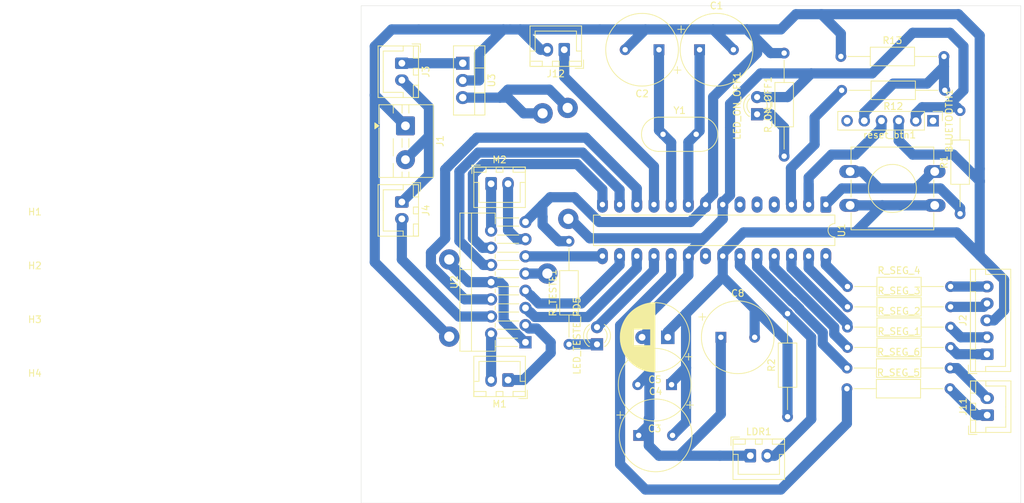
<source format=kicad_pcb>
(kicad_pcb (version 20241229) (generator "pcbnew") (generator_version "9.0")
  (layers (0 "F.Cu" signal) (2 "B.Cu" signal) (13 "F.Paste" user) (15 "B.Paste" user) (5 "F.SilkS" user "F.Silkscreen") (7 "B.SilkS" user "B.Silkscreen") (1 "F.Mask" user) (3 "B.Mask" user) (25 "Edge.Cuts" user))
  (net 0 "")
  (net 1 "GND")
  (net 2 "PINO_RESET")
  (net 3 "SVCC")
  (net 4 "Net-(LED_TESTE_PD5-K)")
  (net 5 "Net-(LED_ON_OFF1-K)")
  (net 6 "RXD")
  (net 10 "LED TESTE")
  (net 11 "TXD")
  (net 12 "Net-(U1-XTAL1{slash}PB6)")
  (net 14 "LDR")
  (net 15 "Net-(U1-XTAL2{slash}PB7)")
  (net 16 "VCC_MOTOR")
  (net 17 "MOTOR1_PINA")
  (net 18 "MOTOR1_PINB")
  (net 19 "MOTOR2_PINA")
  (net 20 "MOTOR2_PINB")
  (net 21 "Net-(J2-Pin_4)")
  (net 22 "Net-(J2-Pin_5)")
  (net 23 "Net-(J2-Pin_1)")
  (net 24 "Net-(J2-Pin_2)")
  (net 25 "Net-(J11-Pin_2)")
  (net 26 "Net-(J11-Pin_1)")
  (net 27 "SEG_1")
  (net 28 "SEG_2")
  (net 29 "SEG_3")
  (net 30 "SEG_4")
  (net 31 "SEG_5")
  (net 32 "SEG_6")
  (net 33 "GNDIN")
  (net 34 "Net-(J3-Pin_1)")
  (net 35 "RXD_DIVIDED")
  (net 36 "LASER")
  (net 37 "Net-(M1-+)")
  (net 38 "Net-(M1--)")
  (net 39 "Net-(M2-+)")
  (net 40 "Net-(M2--)")
  (net 41 "MOTOR2_PWM")
  (net 42 "MOTOR1_PWM")
  (footprint "Resistor_THT:R_Axial_DIN0207_L6.3mm_D2.5mm_P15.24mm_Horizontal" (layer "F.Cu") (at 240.855 73)
    (property "Reference" "R_SEG_1" (at 7.62 -2.37 0) (layer "F.SilkS"))
    (property "Value" "RESISTOR LED TESTE")
    (pad "1" thru_hole circle (at 0 0) (size 1.6 1.6) (drill 0.8) (layers "*.Cu" "*.Mask") (net 27 "SEG_1"))
    (pad "2" thru_hole oval (at 15.24 0) (size 1.6 1.6) (drill 0.8) (layers "*.Cu" "*.Mask") (net 23 "Net-(J2-Pin_1)"))
  )
  (footprint "Connector_JST:JST_XH_B2B-XH-A_1x02_P2.50mm_Vertical" (layer "F.Cu") (at 190.69 77.81 180)
    (property "Reference" "M1" (at 1.25 -3.55 0) (layer "F.SilkS"))
    (property "Value" "Motor_DC")
    (pad "1" thru_hole roundrect (at 0 0 180) (size 1.7 2) (drill 1) (layers "*.Cu" "*.Mask") (roundrect_rratio 0.147059) (net 37 "Net-(M1-+)"))
    (pad "2" thru_hole oval (at 2.5 0 180) (size 1.7 2) (drill 1) (layers "*.Cu" "*.Mask") (net 38 "Net-(M1--)"))
  )
  (footprint "Connector_JST:JST_XH_B2B-XH-A_1x02_P2.50mm_Vertical" (layer "F.Cu") (at 261.5 83 90)
    (property "Reference" "J11" (at 1.25 -3.55 90) (layer "F.SilkS"))
    (property "Value" "Screw_Terminal_01x02")
    (pad "1" thru_hole roundrect (at 0 0 90) (size 1.7 2) (drill 1) (layers "*.Cu" "*.Mask") (roundrect_rratio 0.147059) (net 26 "Net-(J11-Pin_1)"))
    (pad "2" thru_hole oval (at 2.5 0 90) (size 1.7 2) (drill 1) (layers "*.Cu" "*.Mask") (net 25 "Net-(J11-Pin_2)"))
  )
  (footprint "Resistor_THT:R_Axial_DIN0207_L6.3mm_D2.5mm_P15.24mm_Horizontal" (layer "F.Cu") (at 199.7 72.54 90)
    (property "Reference" "R_TESTE1" (at 7.62 -2.37 90) (layer "F.SilkS"))
    (property "Value" "RESISTOR LED TESTE")
    (pad "1" thru_hole circle (at 0 0 90) (size 1.6 1.6) (drill 0.8) (layers "*.Cu" "*.Mask") (net 4 "Net-(LED_TESTE_PD5-K)"))
    (pad "2" thru_hole circle (at 15.24 0 90) (size 1.6 1.6) (drill 0.8) (layers "*.Cu" "*.Mask") (net 1 "GND"))
  )
  (footprint "Connector_JST:JST_XH_B5B-XH-A_1x05_P2.50mm_Vertical" (layer "F.Cu") (at 261.475 74 90)
    (property "Reference" "J2" (at 5 -3.55 90) (layer "F.SilkS"))
    (property "Value" "Screw_Terminal_01x05")
    (pad "1" thru_hole roundrect (at 0 0 90) (size 1.7 1.95) (drill 0.95) (layers "*.Cu" "*.Mask") (roundrect_rratio 0.147059) (net 23 "Net-(J2-Pin_1)"))
    (pad "2" thru_hole oval (at 2.5 0 90) (size 1.7 1.95) (drill 0.95) (layers "*.Cu" "*.Mask") (net 24 "Net-(J2-Pin_2)"))
    (pad "3" thru_hole oval (at 5 0 90) (size 1.7 1.95) (drill 0.95) (layers "*.Cu" "*.Mask") (net 1 "GND"))
    (pad "4" thru_hole oval (at 7.5 0 90) (size 1.7 1.95) (drill 0.95) (layers "*.Cu" "*.Mask") (net 21 "Net-(J2-Pin_4)"))
    (pad "5" thru_hole oval (at 10 0 90) (size 1.7 1.95) (drill 0.95) (layers "*.Cu" "*.Mask") (net 22 "Net-(J2-Pin_5)"))
  )
  (footprint "Connector_JST:JST_XH_B2B-XH-A_1x02_P2.50mm_Vertical" (layer "F.Cu") (at 175 51.5 -90)
    (property "Reference" "J4" (at 1.25 -3.55 90) (layer "F.SilkS"))
    (property "Value" "Bateria 6V - Motores")
    (pad "1" thru_hole roundrect (at 0 0 270) (size 1.7 2) (drill 1) (layers "*.Cu" "*.Mask") (roundrect_rratio 0.147059) (net 33 "GNDIN"))
    (pad "2" thru_hole oval (at 2.5 0 270) (size 1.7 2) (drill 1) (layers "*.Cu" "*.Mask") (net 16 "VCC_MOTOR"))
  )
  (footprint "Package_TO_SOT_THT:TO-220-3_Vertical" (layer "F.Cu") (at 184 31 -90)
    (property "Reference" "U3" (at 2.54 -4.27 90) (layer "F.SilkS"))
    (property "Value" "LM7805_TO220")
    (pad "1" thru_hole rect (at 0 0 270) (size 1.905 2) (drill 1.1) (layers "*.Cu" "*.Mask") (net 34 "Net-(J3-Pin_1)"))
    (pad "2" thru_hole oval (at 2.54 0 270) (size 1.905 2) (drill 1.1) (layers "*.Cu" "*.Mask") (net 1 "GND"))
    (pad "3" thru_hole oval (at 5.08 0 270) (size 1.905 2) (drill 1.1) (layers "*.Cu" "*.Mask") (net 3 "SVCC"))
  )
  (footprint "LED_THT:LED_D3.0mm" (layer "F.Cu") (at 227.5 38.54 90)
    (property "Reference" "LED_ON_OFF1" (at 1.27 -2.96 90) (layer "F.SilkS"))
    (property "Value" "LED ARDUINO ON OFF")
    (pad "1" thru_hole rect (at 0 0 90) (size 1.8 1.8) (drill 0.9) (layers "*.Cu" "*.Mask") (net 5 "Net-(LED_ON_OFF1-K)"))
    (pad "2" thru_hole circle (at 2.54 0 90) (size 1.8 1.8) (drill 0.9) (layers "*.Cu" "*.Mask") (net 3 "SVCC"))
  )
  (footprint "Connector_PinHeader_2.54mm:PinHeader_1x06_P2.54mm_Vertical" (layer "F.Cu") (at 253.5 39.5 -90)
    (property "Reference" "BLUETOOTH1" (at 0 -2.38 90) (layer "F.SilkS"))
    (property "Value" "Screw_Terminal_01x06")
    (pad "1" thru_hole rect (at 0 0 270) (size 1.7 1.7) (drill 1) (layers "*.Cu" "*.Mask"))
    (pad "2" thru_hole circle (at 0 2.54 270) (size 1.7 1.7) (drill 1) (layers "*.Cu" "*.Mask") (net 3 "SVCC"))
    (pad "3" thru_hole circle (at 0 5.08 270) (size 1.7 1.7) (drill 1) (layers "*.Cu" "*.Mask") (net 1 "GND"))
    (pad "4" thru_hole circle (at 0 7.62 270) (size 1.7 1.7) (drill 1) (layers "*.Cu" "*.Mask") (net 11 "TXD"))
    (pad "5" thru_hole circle (at 0 10.16 270) (size 1.7 1.7) (drill 1) (layers "*.Cu" "*.Mask") (net 35 "RXD_DIVIDED"))
    (pad "6" thru_hole circle (at 0 12.7 270) (size 1.7 1.7) (drill 1) (layers "*.Cu" "*.Mask"))
  )
  (footprint "Resistor_THT:R_Axial_DIN0207_L6.3mm_D2.5mm_P15.24mm_Horizontal" (layer "F.Cu") (at 239.88 30)
    (property "Reference" "R13" (at 7.62 -2.37 0) (layer "F.SilkS"))
    (property "Value" "2K")
    (pad "1" thru_hole circle (at 0 0) (size 1.6 1.6) (drill 0.8) (layers "*.Cu" "*.Mask") (net 1 "GND"))
    (pad "2" thru_hole oval (at 15.24 0) (size 1.6 1.6) (drill 0.8) (layers "*.Cu" "*.Mask") (net 35 "RXD_DIVIDED"))
  )
  (footprint "TerminalBlock:TerminalBlock_MaiXu_MX126-5.0-02P_1x02_P5.00mm" (layer "F.Cu") (at 175.5325 40.25 -90)
    (property "Reference" "J1" (at 2.25 -5.12 90) (layer "F.SilkS"))
    (property "Value" "Botao_geral")
    (pad "1" thru_hole roundrect (at 0 0 270) (size 2.8 2.8) (drill 1.3) (layers "*.Cu" "*.Mask") (roundrect_rratio 0.089286) (net 1 "GND"))
    (pad "2" thru_hole circle (at 5 0 270) (size 2.8 2.8) (drill 1.3) (layers "*.Cu" "*.Mask") (net 33 "GNDIN"))
  )
  (footprint "Capacitor_THT:CP_Radial_Tantal_D10.5mm_P5.00mm" (layer "F.Cu") (at 214.858934 78.5 180)
    (property "Reference" "C3" (at 2.5 -6.5 0) (layer "F.SilkS"))
    (property "Value" "100nF")
    (pad "1" thru_hole rect (at 0 0 180) (size 1.6 1.6) (drill 0.8) (layers "*.Cu" "*.Mask") (net 1 "GND"))
    (pad "2" thru_hole circle (at 5 0 180) (size 1.6 1.6) (drill 0.8) (layers "*.Cu" "*.Mask") (net 3 "SVCC"))
  )
  (footprint "Capacitor_THT:CP_Radial_Tantal_D10.5mm_P5.00mm" (layer "F.Cu") (at 210 86)
    (property "Reference" "C4" (at 2.5 -6.5 0) (layer "F.SilkS"))
    (property "Value" "100nF")
    (pad "1" thru_hole rect (at 0 0) (size 1.6 1.6) (drill 0.8) (layers "*.Cu" "*.Mask") (net 3 "SVCC"))
    (pad "2" thru_hole circle (at 5 0) (size 1.6 1.6) (drill 0.8) (layers "*.Cu" "*.Mask") (net 1 "GND"))
  )
  (footprint "Resistor_THT:R_Axial_DIN0207_L6.3mm_D2.5mm_P15.24mm_Horizontal" (layer "F.Cu") (at 255.24 35 180)
    (property "Reference" "R12" (at 7.62 -2.37 0) (layer "F.SilkS"))
    (property "Value" "1K")
    (pad "1" thru_hole circle (at 0 0 180) (size 1.6 1.6) (drill 0.8) (layers "*.Cu" "*.Mask") (net 35 "RXD_DIVIDED"))
    (pad "2" thru_hole oval (at 15.24 0 180) (size 1.6 1.6) (drill 0.8) (layers "*.Cu" "*.Mask") (net 6 "RXD"))
  )
  (footprint "Capacitor_THT:CP_Radial_Tantal_D10.5mm_P5.00mm" (layer "F.Cu") (at 213 29 180)
    (property "Reference" "C2" (at 2.5 -6.5 0) (layer "F.SilkS"))
    (property "Value" "22pF")
    (pad "1" thru_hole rect (at 0 0 180) (size 1.6 1.6) (drill 0.8) (layers "*.Cu" "*.Mask") (net 15 "Net-(U1-XTAL2{slash}PB7)"))
    (pad "2" thru_hole circle (at 5 0 180) (size 1.6 1.6) (drill 0.8) (layers "*.Cu" "*.Mask") (net 1 "GND"))
  )
  (footprint "Button_Switch_THT:SW_PUSH-12mm" (layer "F.Cu") (at 241.25 47)
    (property "Reference" "reset_btn1" (at 5.83 -5.41 0) (layer "F.SilkS"))
    (property "Value" "FREIO EMERGENCIA")
    (pad "1" thru_hole oval (at 0 0) (size 3.2 1.9) (drill 1.3) (layers "*.Cu" "*.Mask") (net 2 "PINO_RESET"))
    (pad "1" thru_hole oval (at 12.5 0) (size 3.2 1.9) (drill 1.3) (layers "*.Cu" "*.Mask") (net 2 "PINO_RESET"))
    (pad "2" thru_hole oval (at 0 5) (size 3.2 1.9) (drill 1.3) (layers "*.Cu" "*.Mask") (net 1 "GND"))
    (pad "2" thru_hole oval (at 12.5 5) (size 3.2 1.9) (drill 1.3) (layers "*.Cu" "*.Mask") (net 1 "GND"))
  )
  (footprint "Connector_JST:JST_XH_B2B-XH-A_1x02_P2.50mm_Vertical" (layer "F.Cu") (at 175 31 -90)
    (property "Reference" "J3" (at 1.25 -3.55 90) (layer "F.SilkS"))
    (property "Value" "Bateria Geral")
    (pad "1" thru_hole roundrect (at 0 0 270) (size 1.7 2) (drill 1) (layers "*.Cu" "*.Mask") (roundrect_rratio 0.147059) (net 34 "Net-(J3-Pin_1)"))
    (pad "2" thru_hole oval (at 2.5 0 270) (size 1.7 2) (drill 1) (layers "*.Cu" "*.Mask") (net 33 "GNDIN"))
  )
  (footprint "MountingHole:MountingHole_3.2mm_M3" (layer "F.Cu") (at 120.76 73.02)
    (property "Reference" "H3" (at 0 -4.15 0) (layer "F.SilkS"))
    (property "Value" "MountingHole")
    (pad "" np_thru_hole circle (at 0 0) (size 3.2 3.2) (drill 3.2) (layers "*.Cu" "*.Mask"))
  )
  (footprint "Connector_JST:JST_XH_B2B-XH-A_1x02_P2.50mm_Vertical" (layer "F.Cu") (at 199 29 180)
    (property "Reference" "J12" (at 1.25 -3.55 0) (layer "F.SilkS"))
    (property "Value" "Laser")
    (pad "1" thru_hole roundrect (at 0 0 180) (size 1.7 2) (drill 1) (layers "*.Cu" "*.Mask") (roundrect_rratio 0.147059) (net 36 "LASER"))
    (pad "2" thru_hole oval (at 2.5 0 180) (size 1.7 2) (drill 1) (layers "*.Cu" "*.Mask") (net 1 "GND"))
  )
  (footprint "MountingHole:MountingHole_3.2mm_M3" (layer "F.Cu") (at 120.76 57.12)
    (property "Reference" "H1" (at 0 -4.15 0) (layer "F.SilkS"))
    (property "Value" "MountingHole")
    (pad "" np_thru_hole circle (at 0 0) (size 3.2 3.2) (drill 3.2) (layers "*.Cu" "*.Mask"))
  )
  (footprint "Package_TO_SOT_THT:TO-220-15_P2.54x5.08mm_StaggerOdd_Lead4.58mm_Vertical" (layer "F.Cu") (at 193.27 72.24 90)
    (property "Reference" "U2" (at 8.89 -10.53 90) (layer "F.SilkS"))
    (property "Value" "L298N")
    (pad "1" thru_hole rect (at 0 0 90) (size 1.8 1.8) (drill 1) (layers "*.Cu" "*.Mask") (net 1 "GND"))
    (pad "2" thru_hole circle (at 1.27 -5.08 90) (size 1.8 1.8) (drill 1) (layers "*.Cu" "*.Mask") (net 38 "Net-(M1--)"))
    (pad "3" thru_hole circle (at 2.54 0 90) (size 1.8 1.8) (drill 1) (layers "*.Cu" "*.Mask") (net 37 "Net-(M1-+)"))
    (pad "4" thru_hole circle (at 3.81 -5.08 90) (size 1.8 1.8) (drill 1) (layers "*.Cu" "*.Mask") (net 16 "VCC_MOTOR"))
    (pad "5" thru_hole circle (at 5.08 0 90) (size 1.8 1.8) (drill 1) (layers "*.Cu" "*.Mask") (net 18 "MOTOR1_PINB"))
    (pad "6" thru_hole circle (at 6.35 -5.08 90) (size 1.8 1.8) (drill 1) (layers "*.Cu" "*.Mask") (net 42 "MOTOR1_PWM"))
    (pad "7" thru_hole circle (at 7.62 0 90) (size 1.8 1.8) (drill 1) (layers "*.Cu" "*.Mask") (net 17 "MOTOR1_PINA"))
    (pad "8" thru_hole circle (at 8.89 -5.08 90) (size 1.8 1.8) (drill 1) (layers "*.Cu" "*.Mask") (net 1 "GND"))
    (pad "9" thru_hole circle (at 10.16 0 90) (size 1.8 1.8) (drill 1) (layers "*.Cu" "*.Mask") (net 3 "SVCC"))
    (pad "10" thru_hole circle (at 11.43 -5.08 90) (size 1.8 1.8) (drill 1) (layers "*.Cu" "*.Mask") (net 20 "MOTOR2_PINB"))
    (pad "11" thru_hole circle (at 12.7 0 90) (size 1.8 1.8) (drill 1) (layers "*.Cu" "*.Mask") (net 41 "MOTOR2_PWM"))
    (pad "12" thru_hole circle (at 13.97 -5.08 90) (size 1.8 1.8) (drill 1) (layers "*.Cu" "*.Mask") (net 19 "MOTOR2_PINA"))
    (pad "13" thru_hole circle (at 15.24 0 90) (size 1.8 1.8) (drill 1) (layers "*.Cu" "*.Mask") (net 40 "Net-(M2--)"))
    (pad "14" thru_hole circle (at 16.51 -5.08 90) (size 1.8 1.8) (drill 1) (layers "*.Cu" "*.Mask") (net 39 "Net-(M2-+)"))
    (pad "15" thru_hole circle (at 17.78 0 90) (size 1.8 1.8) (drill 1) (layers "*.Cu" "*.Mask") (net 1 "GND"))
  )
  (footprint "Connector_JST:JST_XH_B2B-XH-A_1x02_P2.50mm_Vertical" (layer "F.Cu") (at 226.5 89)
    (property "Reference" "LDR1" (at 1.25 -3.55 0) (layer "F.SilkS"))
    (property "Value" "~")
    (pad "1" thru_hole roundrect (at 0 0) (size 1.7 2) (drill 1) (layers "*.Cu" "*.Mask") (roundrect_rratio 0.147059) (net 3 "SVCC"))
    (pad "2" thru_hole oval (at 2.5 0) (size 1.7 2) (drill 1) (layers "*.Cu" "*.Mask") (net 14 "LDR"))
  )
  (footprint "Resistor_THT:R_Axial_DIN0207_L6.3mm_D2.5mm_P15.24mm_Horizontal" (layer "F.Cu") (at 240.773512 79.091392)
    (property "Reference" "R_SEG_5" (at 7.62 -2.37 0) (layer "F.SilkS"))
    (property "Value" "RESISTOR LED TESTE")
    (pad "1" thru_hole circle (at 0 0) (size 1.6 1.6) (drill 0.8) (layers "*.Cu" "*.Mask") (net 31 "SEG_5"))
    (pad "2" thru_hole oval (at 15.24 0) (size 1.6 1.6) (drill 0.8) (layers "*.Cu" "*.Mask") (net 26 "Net-(J11-Pin_1)"))
  )
  (footprint "Resistor_THT:R_Axial_DIN0207_L6.3mm_D2.5mm_P15.24mm_Horizontal" (layer "F.Cu") (at 240.855 64)
    (property "Reference" "R_SEG_4" (at 7.62 -2.37 0) (layer "F.SilkS"))
    (property "Value" "RESISTOR LED TESTE")
    (pad "1" thru_hole circle (at 0 0) (size 1.6 1.6) (drill 0.8) (layers "*.Cu" "*.Mask") (net 30 "SEG_4"))
    (pad "2" thru_hole oval (at 15.24 0) (size 1.6 1.6) (drill 0.8) (layers "*.Cu" "*.Mask") (net 22 "Net-(J2-Pin_5)"))
  )
  (footprint "MountingHole:MountingHole_3.2mm_M3" (layer "F.Cu") (at 120.76 65.07)
    (property "Reference" "H2" (at 0 -4.15 0) (layer "F.SilkS"))
    (property "Value" "MountingHole")
    (pad "" np_thru_hole circle (at 0 0) (size 3.2 3.2) (drill 3.2) (layers "*.Cu" "*.Mask"))
  )
  (footprint "Package_DIP:DIP-28_W7.62mm_LongPads" (layer "F.Cu") (at 237.66 51.88 -90)
    (property "Reference" "U1" (at 3.81 -2.33 270) (layer "F.SilkS"))
    (property "Value" "ATmega328P-P")
    (pad "1" thru_hole roundrect (at 0 0 270) (size 2.4 1.6) (drill 0.8) (layers "*.Cu" "*.Mask") (roundrect_rratio 0.15625) (net 2 "PINO_RESET"))
    (pad "2" thru_hole oval (at 0 2.54 270) (size 2.4 1.6) (drill 0.8) (layers "*.Cu" "*.Mask") (net 11 "TXD"))
    (pad "3" thru_hole oval (at 0 5.08 270) (size 2.4 1.6) (drill 0.8) (layers "*.Cu" "*.Mask") (net 6 "RXD"))
    (pad "4" thru_hole oval (at 0 7.62 270) (size 2.4 1.6) (drill 0.8) (layers "*.Cu" "*.Mask"))
    (pad "5" thru_hole oval (at 0 10.16 270) (size 2.4 1.6) (drill 0.8) (layers "*.Cu" "*.Mask"))
    (pad "6" thru_hole oval (at 0 12.7 270) (size 2.4 1.6) (drill 0.8) (layers "*.Cu" "*.Mask"))
    (pad "7" thru_hole oval (at 0 15.24 270) (size 2.4 1.6) (drill 0.8) (layers "*.Cu" "*.Mask") (net 3 "SVCC"))
    (pad "8" thru_hole oval (at 0 17.78 270) (size 2.4 1.6) (drill 0.8) (layers "*.Cu" "*.Mask") (net 1 "GND"))
    (pad "9" thru_hole oval (at 0 20.32 270) (size 2.4 1.6) (drill 0.8) (layers "*.Cu" "*.Mask") (net 12 "Net-(U1-XTAL1{slash}PB6)"))
    (pad "10" thru_hole oval (at 0 22.86 270) (size 2.4 1.6) (drill 0.8) (layers "*.Cu" "*.Mask") (net 15 "Net-(U1-XTAL2{slash}PB7)"))
    (pad "11" thru_hole oval (at 0 25.4 270) (size 2.4 1.6) (drill 0.8) (layers "*.Cu" "*.Mask") (net 36 "LASER"))
    (pad "12" thru_hole oval (at 0 27.94 270) (size 2.4 1.6) (drill 0.8) (layers "*.Cu" "*.Mask") (net 42 "MOTOR1_PWM"))
    (pad "13" thru_hole oval (at 0 30.48 270) (size 2.4 1.6) (drill 0.8) (layers "*.Cu" "*.Mask") (net 20 "MOTOR2_PINB"))
    (pad "14" thru_hole oval (at 0 33.02 270) (size 2.4 1.6) (drill 0.8) (layers "*.Cu" "*.Mask") (net 19 "MOTOR2_PINA"))
    (pad "15" thru_hole oval (at 7.62 33.02 270) (size 2.4 1.6) (drill 0.8) (layers "*.Cu" "*.Mask") (net 41 "MOTOR2_PWM"))
    (pad "16" thru_hole oval (at 7.62 30.48 270) (size 2.4 1.6) (drill 0.8) (layers "*.Cu" "*.Mask") (net 17 "MOTOR1_PINA"))
    (pad "17" thru_hole oval (at 7.62 27.94 270) (size 2.4 1.6) (drill 0.8) (layers "*.Cu" "*.Mask") (net 18 "MOTOR1_PINB"))
    (pad "18" thru_hole oval (at 7.62 25.4 270) (size 2.4 1.6) (drill 0.8) (layers "*.Cu" "*.Mask") (net 10 "LED TESTE"))
    (pad "19" thru_hole oval (at 7.62 22.86 270) (size 2.4 1.6) (drill 0.8) (layers "*.Cu" "*.Mask") (net 31 "SEG_5"))
    (pad "20" thru_hole oval (at 7.62 20.32 270) (size 2.4 1.6) (drill 0.8) (layers "*.Cu" "*.Mask") (net 3 "SVCC"))
    (pad "21" thru_hole oval (at 7.62 17.78 270) (size 2.4 1.6) (drill 0.8) (layers "*.Cu" "*.Mask"))
    (pad "22" thru_hole oval (at 7.62 15.24 270) (size 2.4 1.6) (drill 0.8) (layers "*.Cu" "*.Mask") (net 1 "GND"))
    (pad "23" thru_hole oval (at 7.62 12.7 270) (size 2.4 1.6) (drill 0.8) (layers "*.Cu" "*.Mask") (net 14 "LDR"))
    (pad "24" thru_hole oval (at 7.62 10.16 270) (size 2.4 1.6) (drill 0.8) (layers "*.Cu" "*.Mask") (net 32 "SEG_6"))
    (pad "25" thru_hole oval (at 7.62 7.62 270) (size 2.4 1.6) (drill 0.8) (layers "*.Cu" "*.Mask") (net 27 "SEG_1"))
    (pad "26" thru_hole oval (at 7.62 5.08 270) (size 2.4 1.6) (drill 0.8) (layers "*.Cu" "*.Mask") (net 28 "SEG_2"))
    (pad "27" thru_hole oval (at 7.62 2.54 270) (size 2.4 1.6) (drill 0.8) (layers "*.Cu" "*.Mask") (net 29 "SEG_3"))
    (pad "28" thru_hole oval (at 7.62 0 270) (size 2.4 1.6) (drill 0.8) (layers "*.Cu" "*.Mask") (net 30 "SEG_4"))
  )
  (footprint "Capacitor_THT:CP_Radial_Tantal_D10.5mm_P5.00mm" (layer "F.Cu") (at 219 29)
    (property "Reference" "C1" (at 2.5 -6.5 0) (layer "F.SilkS"))
    (property "Value" "22pF")
    (pad "1" thru_hole rect (at 0 0) (size 1.6 1.6) (drill 0.8) (layers "*.Cu" "*.Mask") (net 12 "Net-(U1-XTAL1{slash}PB6)"))
    (pad "2" thru_hole circle (at 5 0) (size 1.6 1.6) (drill 0.8) (layers "*.Cu" "*.Mask") (net 1 "GND"))
  )
  (footprint "MountingHole:MountingHole_3.2mm_M3" (layer "F.Cu") (at 120.76 80.97)
    (property "Reference" "H4" (at 0 -4.15 0) (layer "F.SilkS"))
    (property "Value" "MountingHole")
    (pad "" np_thru_hole circle (at 0 0) (size 3.2 3.2) (drill 3.2) (layers "*.Cu" "*.Mask"))
  )
  (footprint "Capacitor_THT:CP_Radial_D10.0mm_P3.80mm" (layer "F.Cu") (at 214.3 71.5 180)
    (property "Reference" "C5" (at 1.9 -6.25 0) (layer "F.SilkS"))
    (property "Value" "10uF")
    (pad "1" thru_hole rect (at 0 0 180) (size 2 2) (drill 1) (layers "*.Cu" "*.Mask") (net 1 "GND"))
    (pad "2" thru_hole circle (at 3.8 0 180) (size 2 2) (drill 1) (layers "*.Cu" "*.Mask") (net 3 "SVCC"))
  )
  (footprint "Resistor_THT:R_Axial_DIN0207_L6.3mm_D2.5mm_P15.24mm_Horizontal" (layer "F.Cu") (at 240.855 70)
    (property "Reference" "R_SEG_2" (at 7.62 -2.37 0) (layer "F.SilkS"))
    (property "Value" "RESISTOR LED TESTE")
    (pad "1" thru_hole circle (at 0 0) (size 1.6 1.6) (drill 0.8) (layers "*.Cu" "*.Mask") (net 28 "SEG_2"))
    (pad "2" thru_hole oval (at 15.24 0) (size 1.6 1.6) (drill 0.8) (layers "*.Cu" "*.Mask") (net 24 "Net-(J2-Pin_2)"))
  )
  (footprint "Resistor_THT:R_Axial_DIN0207_L6.3mm_D2.5mm_P15.24mm_Horizontal" (layer "F.Cu") (at 231.5 44.74 90)
    (property "Reference" "R_ON_OFF1" (at 7.62 -2.37 90) (layer "F.SilkS"))
    (property "Value" "RESISTOR LED ON OFF")
    (pad "1" thru_hole circle (at 0 0 90) (size 1.6 1.6) (drill 0.8) (layers "*.Cu" "*.Mask") (net 5 "Net-(LED_ON_OFF1-K)"))
    (pad "2" thru_hole oval (at 15.24 0 90) (size 1.6 1.6) (drill 0.8) (layers "*.Cu" "*.Mask") (net 1 "GND"))
  )
  (footprint "Resistor_THT:R_Axial_DIN0207_L6.3mm_D2.5mm_P15.24mm_Horizontal" (layer "F.Cu") (at 257.5 53.24 90)
    (property "Reference" "R1" (at 7.62 -2.37 90) (layer "F.SilkS"))
    (property "Value" "10K")
    (pad "1" thru_hole circle (at 0 0 90) (size 1.6 1.6) (drill 0.8) (layers "*.Cu" "*.Mask") (net 2 "PINO_RESET"))
    (pad "2" thru_hole oval (at 15.24 0 90) (size 1.6 1.6) (drill 0.8) (layers "*.Cu" "*.Mask") (net 3 "SVCC"))
  )
  (footprint "Resistor_THT:R_Axial_DIN0207_L6.3mm_D2.5mm_P15.24mm_Horizontal" (layer "F.Cu") (at 240.792023 76.045862)
    (property "Reference" "R_SEG_6" (at 7.62 -2.37 0) (layer "F.SilkS"))
    (property "Value" "RESISTOR LED TESTE")
    (pad "1" thru_hole circle (at 0 0) (size 1.6 1.6) (drill 0.8) (layers "*.Cu" "*.Mask") (net 32 "SEG_6"))
    (pad "2" thru_hole oval (at 15.24 0) (size 1.6 1.6) (drill 0.8) (layers "*.Cu" "*.Mask") (net 25 "Net-(J11-Pin_2)"))
  )
  (footprint "Resistor_THT:R_Axial_DIN0207_L6.3mm_D2.5mm_P15.24mm_Horizontal" (layer "F.Cu") (at 240.855 67)
    (property "Reference" "R_SEG_3" (at 7.62 -2.37 0) (layer "F.SilkS"))
    (property "Value" "RESISTOR LED TESTE")
    (pad "1" thru_hole circle (at 0 0) (size 1.6 1.6) (drill 0.8) (layers "*.Cu" "*.Mask") (net 29 "SEG_3"))
    (pad "2" thru_hole oval (at 15.24 0) (size 1.6 1.6) (drill 0.8) (layers "*.Cu" "*.Mask") (net 21 "Net-(J2-Pin_4)"))
  )
  (footprint "Resistor_THT:R_Axial_DIN0207_L6.3mm_D2.5mm_P15.24mm_Horizontal" (layer "F.Cu") (at 232 83.24 90)
    (property "Reference" "R2" (at 7.62 -2.37 90) (layer "F.SilkS"))
    (property "Value" "10K")
    (pad "1" thru_hole circle (at 0 0 90) (size 1.6 1.6) (drill 0.8) (layers "*.Cu" "*.Mask") (net 1 "GND"))
    (pad "2" thru_hole oval (at 15.24 0 90) (size 1.6 1.6) (drill 0.8) (layers "*.Cu" "*.Mask") (net 14 "LDR"))
  )
  (footprint "LED_THT:LED_D3.0mm" (layer "F.Cu") (at 203.839865 72.54 90)
    (property "Reference" "LED_TESTE_PD5" (at 1.27 -2.96 90) (layer "F.SilkS"))
    (property "Value" "LED")
    (pad "1" thru_hole rect (at 0 0 90) (size 1.8 1.8) (drill 0.9) (layers "*.Cu" "*.Mask") (net 4 "Net-(LED_TESTE_PD5-K)"))
    (pad "2" thru_hole circle (at 2.54 0 90) (size 1.8 1.8) (drill 0.9) (layers "*.Cu" "*.Mask") (net 10 "LED TESTE"))
  )
  (footprint "Connector_JST:JST_XH_B2B-XH-A_1x02_P2.50mm_Vertical" (layer "F.Cu") (at 188.19 48.81)
    (property "Reference" "M2" (at 1.25 -3.55 0) (layer "F.SilkS"))
    (property "Value" "Motor_DC")
    (pad "1" thru_hole roundrect (at 0 0) (size 1.7 2) (drill 1) (layers "*.Cu" "*.Mask") (roundrect_rratio 0.147059) (net 39 "Net-(M2-+)"))
    (pad "2" thru_hole oval (at 2.5 0) (size 1.7 2) (drill 1) (layers "*.Cu" "*.Mask") (net 40 "Net-(M2--)"))
  )
  (footprint "Crystal:Crystal_HC18-U_Vertical" (layer "F.Cu") (at 213.6 41.5)
    (property "Reference" "Y1" (at 2.45 -3.525 0) (layer "F.SilkS"))
    (property "Value" "Crystal")
    (pad "1" thru_hole circle (at 0 0) (size 1.5 1.5) (drill 0.8) (layers "*.Cu" "*.Mask") (net 15 "Net-(U1-XTAL2{slash}PB7)"))
    (pad "2" thru_hole circle (at 4.9 0) (size 1.5 1.5) (drill 0.8) (layers "*.Cu" "*.Mask") (net 12 "Net-(U1-XTAL1{slash}PB6)"))
  )
  (footprint "Capacitor_THT:CP_Radial_Tantal_D10.5mm_P5.00mm" (layer "F.Cu") (at 222.141067 71.5)
    (property "Reference" "C8" (at 2.5 -6.5 0) (layer "F.SilkS"))
    (property "Value" "100nF")
    (pad "1" thru_hole rect (at 0 0) (size 1.6 1.6) (drill 0.8) (layers "*.Cu" "*.Mask") (net 3 "SVCC"))
    (pad "2" thru_hole circle (at 5 0) (size 1.6 1.6) (drill 0.8) (layers "*.Cu" "*.Mask") (net 1 "GND"))
  )
  (gr_rect (start 168.975 22.5) (end 266.475 96) (stroke (width 0.05)) (fill no) (layer "Edge.Cuts"))
  (via (at 182 71.4) (size 3) (drill 1.5) (layers "F.Cu" "B.Cu") (net 1))
  (via (at 182 60) (size 3) (drill 1.5) (layers "F.Cu" "B.Cu") (net 1))
  (segment (start 226 26) (end 227.5 27.5) (width 1.5) (layer "B.Cu") (net 1))
  (segment (start 192.5 26) (end 191 26) (width 1.5) (layer "B.Cu") (net 1))
  (segment (start 214.858934 78.5) (end 214.858934 78.141066) (width 1.5) (layer "B.Cu") (net 1))
  (segment (start 182 60.5) (end 182 60) (width 1.5) (layer "B.Cu") (net 1))
  (segment (start 219.88 52.216288) (end 217.636288 54.46) (width 1.5) (layer "B.Cu") (net 1))
  (segment (start 233.249 23.751) (end 237 23.751) (width 1.5) (layer "B.Cu") (net 1))
  (segment (start 229.5 29.5) (end 226 26) (width 1.5) (layer "B.Cu") (net 1))
  (segment (start 225.5 56) (end 242 56) (width 1.5) (layer "B.Cu") (net 1))
  (segment (start 214.3 71.5) (end 214.3 70.7) (width 1.5) (layer "B.Cu") (net 1))
  (segment (start 256.5 44.5) (end 260.399 48.399) (width 1.5) (layer "B.Cu") (net 1))
  (segment (start 222.42 59.5) (end 222.42 59.08) (width 1.5) (layer "B.Cu") (net 1))
  (segment (start 227.5 29.5) (end 221 36) (width 1.5) (layer "B.Cu") (net 1))
  (segment (start 260.399 46.601) (end 260.399 26.899) (width 1.5) (layer "B.Cu") (net 1))
  (segment (start 232 72.16) (end 232 83.24) (width 1.5) (layer "B.Cu") (net 1))
  (segment (start 190.041 69.08871) (end 190.041 63.928208) (width 1.5) (layer "B.Cu") (net 1))
  (segment (start 219.88 51.88) (end 219.88 52.216288) (width 1.5) (layer "B.Cu") (net 1))
  (segment (start 248.42 42.42) (end 248.42 39.5) (width 1.5) (layer "B.Cu") (net 1))
  (segment (start 204.26 26) (end 192.5 26) (width 1.5) (layer "B.Cu") (net 1))
  (segment (start 171 60.4) (end 171 35.7175) (width 1.5) (layer "B.Cu") (net 1))
  (segment (start 195.5 29) (end 192.5 26) (width 1.5) (layer "B.Cu") (net 1))
  (segment (start 188.19 63.35) (end 184.85 63.35) (width 1.5) (layer "B.Cu") (net 1))
  (segment (start 214.858934 78.141066) (end 217 76) (width 1.5) (layer "B.Cu") (net 1))
  (segment (start 264 63) (end 264 67.5) (width 1.5) (layer "B.Cu") (net 1))
  (segment (start 193.27 54.46) (end 195.765 51.965) (width 1.5) (layer "B.Cu") (net 1))
  (segment (start 204.16 54.46) (end 200.5 50.8) (width 1.5) (layer "B.Cu") (net 1))
  (segment (start 222.42 59.5) (end 222.42 62.58) (width 1.5) (layer "B.Cu") (net 1))
  (segment (start 257 56) (end 260.5 59.5) (width 1.5) (layer "B.Cu") (net 1))
  (segment (start 171 35.7175) (end 171 28.5) (width 1.5) (layer "B.Cu") (net 1))
  (segment (start 221 50.36) (end 219.88 51.48) (width 1.5) (layer "B.Cu") (net 1))
  (segment (start 189.462792 63.35) (end 188.19 63.35) (width 1.5) (layer "B.Cu") (net 1))
  (segment (start 193.27 72.24) (end 193.19229 72.24) (width 1.5) (layer "B.Cu") (net 1))
  (segment (start 229.5 29.5) (end 231.5 29.5) (width 1.5) (layer "B.Cu") (net 1))
  (segment (start 219.88 52.28) (end 219.88 51.88) (width 1.5) (layer "B.Cu") (net 1))
  (segment (start 177.5 26) (end 173.5 26) (width 1.5) (layer "B.Cu") (net 1))
  (segment (start 186.405 29.595) (end 190 26) (width 1.5) (layer "B.Cu") (net 1))
  (segment (start 173.5 26) (end 171 28.5) (width 1.5) (layer "B.Cu") (net 1))
  (segment (start 211 26) (end 221 26) (width 1.5) (layer "B.Cu") (net 1))
  (segment (start 200.5 50.8) (end 196.93 50.8) (width 1.5) (layer "B.Cu") (net 1))
  (segment (start 208 29) (end 211 26) (width 1.5) (layer "B.Cu") (net 1))
  (segment (start 227.5 27.5) (end 227.5 29.5) (width 1.5) (layer "B.Cu") (net 1))
  (segment (start 227.141067 67.301067) (end 222.42 62.58) (width 1.5) (layer "B.Cu") (net 1))
  (segment (start 195.8 54.9) (end 198.2 57.3) (width 1.5) (layer "B.Cu") (net 1))
  (segment (start 191 26) (end 190 26) (width 1.5) (layer "B.Cu") (net 1))
  (segment (start 221 36) (end 221 50.36) (width 1.5) (layer "B.Cu") (net 1))
  (segment (start 217 84) (end 215 86) (width 1.5) (layer "B.Cu") (net 1))
  (segment (start 222.42 59.08) (end 225.5 56) (width 1.5) (layer "B.Cu") (net 1))
  (segment (start 217.636288 54.46) (end 204.16 54.46) (width 1.5) (layer "B.Cu") (net 1))
  (segment (start 175.5325 40.25) (end 171 35.7175) (width 1.5) (layer "B.Cu") (net 1))
  (segment (start 260.399 48.399) (end 260.399 48.5) (width 1.5) (layer "B.Cu") (net 1))
  (segment (start 239.88 30) (end 239.88 26.631) (width 1.5) (layer "B.Cu") (net 1))
  (segment (start 217 76) (end 217 84) (width 1.5) (layer "B.Cu") (net 1))
  (segment (start 261.525 68.95) (end 261.475 69) (width 1.5) (layer "B.Cu") (net 1))
  (segment (start 227.141067 71.5) (end 227.141067 67.301067) (width 1.5) (layer "B.Cu") (net 1))
  (segment (start 214.3 70.7) (end 217 68) (width 1.5) (layer "B.Cu") (net 1))
  (segment (start 183 61.5) (end 182 60.5) (width 1.5) (layer "B.Cu") (net 1))
  (segment (start 222.42 62.58) (end 232 72.16) (width 1.5) (layer "B.Cu") (net 1))
  (segment (start 219.88 51.48) (end 219.88 51.88) (width 1.5) (layer "B.Cu") (net 1))
  (segment (start 246 52) (end 253.75 52) (width 1.5) (layer "B.Cu") (net 1))
  (segment (start 184.85 63.35) (end 184.5 63) (width 1.5) (layer "B.Cu") (net 1))
  (segment (start 239.88 26.631) (end 237 23.751) (width 1.5) (layer "B.Cu") (net 1))
  (segment (start 242 56) (end 257 56) (width 1.5) (layer "B.Cu") (net 1))
  (segment (start 195.765 51.965) (end 196.93 50.8) (width 1.5) (layer "B.Cu") (net 1))
  (segment (start 217 68) (end 217 76) (width 1.5) (layer "B.Cu") (net 1))
  (segment (start 182 71.4) (end 171 60.4) (width 1.5) (layer "B.Cu") (net 1))
  (segment (start 195.765 51.965) (end 195.765 53.631238) (width 1.5) (layer "B.Cu") (net 1))
  (segment (start 257.251 23.751) (end 260.399 26.899) (width 1.5) (layer "B.Cu") (net 1))
  (segment (start 263.25 62.25) (end 264 63) (width 1.5) (layer "B.Cu") (net 1))
  (segment (start 222.42 62.58) (end 217 68) (width 1.5) (layer "B.Cu") (net 1))
  (segment (start 260.399 48.5) (end 260.399 59.399) (width 1.5) (layer "B.Cu") (net 1))
  (segment (start 242 56) (end 246 52) (width 1.5) (layer "B.Cu") (net 1))
  (segment (start 190 26) (end 177.5 26) (width 1.5) (layer "B.Cu") (net 1))
  (segment (start 264 67.5) (end 262.5 69) (width 1.5) (layer "B.Cu") (net 1))
  (segment (start 195.8 53.666238) (end 195.8 54.9) (width 1.5) (layer "B.Cu") (net 1))
  (segment (start 221 26) (end 226 26) (width 1.5) (layer "B.Cu") (net 1))
  (segment (start 198.2 57.3) (end 199.7 57.3) (width 1.5) (layer "B.Cu") (net 1))
  (segment (start 196.5 29) (end 195.5 29) (width 1.5) (layer "B.Cu") (net 1))
  (segment (start 260.399 46.601) (end 260.399 48.5) (width 1.5) (layer "B.Cu") (net 1))
  (segment (start 260.399 59.399) (end 260.5 59.5) (width 1.5) (layer "B.Cu") (net 1))
  (segment (start 184 33.54) (end 186.405 33.54) (width 1.5) (layer "B.Cu") (net 1))
  (segment (start 226 26) (end 231 26) (width 1.5) (layer "B.Cu") (net 1))
  (segment (start 231 26) (end 233.249 23.751) (width 1.5) (layer "B.Cu") (net 1))
  (segment (start 186.405 33.54) (end 186.405 29.595) (width 1.5) (layer "B.Cu") (net 1))
  (segment (start 193.19229 72.24) (end 190.041 69.08871) (width 1.5) (layer "B.Cu") (net 1))
  (segment (start 195.765 53.631238) (end 195.8 53.666238) (width 1.5) (layer "B.Cu") (net 1))
  (segment (start 184.5 63) (end 183 61.5) (width 1.5) (layer "B.Cu") (net 1))
  (segment (start 204.26 26) (end 211 26) (width 1.5) (layer "B.Cu") (net 1))
  (segment (start 256.5 44.5) (end 250.5 44.5) (width 1.5) (layer "B.Cu") (net 1))
  (segment (start 241.25 52) (end 246 52) (width 1.5) (layer "B.Cu") (net 1))
  (segment (start 248.42 39.5) (end 248.42 39.493001) (width 1.5) (layer "B.Cu") (net 1))
  (segment (start 221 26) (end 224 29) (width 1.5) (layer "B.Cu") (net 1))
  (segment (start 237 23.751) (end 257.251 23.751) (width 1.5) (layer "B.Cu") (net 1))
  (segment (start 260.5 59.5) (end 263.25 62.25) (width 1.5) (layer "B.Cu") (net 1))
  (segment (start 190.041 63.928208) (end 189.462792 63.35) (width 1.5) (layer "B.Cu") (net 1))
  (segment (start 262.5 69) (end 261.475 69) (width 1.5) (layer "B.Cu") (net 1))
  (segment (start 250.5 44.5) (end 248.42 42.42) (width 1.5) (layer "B.Cu") (net 1))
  (segment (start 253.75 47) (end 253.5 47) (width 1.5) (layer "B.Cu") (net 2))
  (segment (start 245.5 49.5) (end 240.04 49.5) (width 1.5) (layer "B.Cu") (net 2))
  (segment (start 254.58842 49.5) (end 257.5 52.41158) (width 1.5) (layer "B.Cu") (net 2))
  (segment (start 251 49.5) (end 254.58842 49.5) (width 1.5) (layer "B.Cu") (net 2))
  (segment (start 251 49.5) (end 245.5 49.5) (width 1.5) (layer "B.Cu") (net 2))
  (segment (start 243 47) (end 245.5 49.5) (width 1.5) (layer "B.Cu") (net 2))
  (segment (start 257.5 52.41158) (end 257.5 53.24) (width 1.5) (layer "B.Cu") (net 2))
  (segment (start 240.04 49.5) (end 237.66 51.88) (width 1.5) (layer "B.Cu") (net 2))
  (segment (start 241.25 47) (end 243 47) (width 1.5) (layer "B.Cu") (net 2))
  (segment (start 253.5 47) (end 251 49.5) (width 1.5) (layer "B.Cu") (net 2))
  (via (at 195.8 38.4) (size 3) (drill 1.5) (layers "F.Cu" "B.Cu") (net 3))
  (via (at 196.5 62.08) (size 3) (drill 1.5) (layers "F.Cu" "B.Cu") (net 3))
  (via (at 199.6 54) (size 3) (drill 1.5) (layers "F.Cu" "B.Cu") (net 3))
  (via (at 199.5 37.6) (size 3) (drill 1.5) (layers "F.Cu" "B.Cu") (net 3))
  (segment (start 217.34 59.1) (end 219.82 56.62) (width 1.5) (layer "B.Cu") (net 3))
  (segment (start 223.5 40.5) (end 223.5 37) (width 1.5) (layer "B.Cu") (net 3))
  (segment (start 217.34 59.5) (end 217.34 59.1) (width 1.5) (layer "B.Cu") (net 3))
  (segment (start 226.5 89) (end 222 89) (width 1.5) (layer "B.Cu") (net 3))
  (segment (start 255.5 37.5) (end 257 37.5) (width 1.5) (layer "B.Cu") (net 3))
  (segment (start 189.5 36.08) (end 184 36.08) (width 1.5) (layer "B.Cu") (net 3))
  (segment (start 223.5 50.5) (end 223.5 40.5) (width 1.5) (layer "B.Cu") (net 3))
  (segment (start 190.68 34.9) (end 189.5 36.08) (width 1.5) (layer "B.Cu") (net 3))
  (segment (start 190.68 36.08) (end 189.5 36.08) (width 1.5) (layer "B.Cu") (net 3))
  (segment (start 222.141067 82.858933) (end 216 89) (width 1.5) (layer "B.Cu") (net 3))
  (segment (start 193 38.4) (end 190.68 36.08) (width 1.5) (layer "B.Cu") (net 3))
  (segment (start 244.5 32.5) (end 250.5 26.5) (width 1.5) (layer "B.Cu") (net 3))
  (segment (start 227.5 36) (end 232 36) (width 1.5) (layer "B.Cu") (net 3))
  (segment (start 258 35) (end 255.5 37.5) (width 1.5) (layer "B.Cu") (net 3))
  (segment (start 221.94 54.5) (end 222.42 54.02) (width 1.5) (layer "B.Cu") (net 3))
  (segment (start 232 36) (end 235.5 32.5) (width 1.5) (layer "B.Cu") (net 3))
  (segment (start 223.5 37) (end 228 32.5) (width 1.5) (layer "B.Cu") (net 3))
  (segment (start 211.58 76) (end 211.58 83.42) (width 1.5) (layer "B.Cu") (net 3))
  (segment (start 250.96 39.5) (end 250.96 38.438) (width 1.5) (layer "B.Cu") (net 3))
  (segment (start 213 89) (end 216 89) (width 1.5) (layer "B.Cu") (net 3))
  (segment (start 251.898 37.5) (end 255.5 37.5) (width 1.5) (layer "B.Cu") (net 3))
  (segment (start 257 37.5) (end 257.5 38) (width 1.5) (layer "B.Cu") (net 3))
  (segment (start 222.42 51.88) (end 222.42 51.543712) (width 1.5) (layer "B.Cu") (net 3))
  (segment (start 222.42 54.02) (end 222.42 51.88) (width 1.5) (layer "B.Cu") (net 3))
  (segment (start 217.34 62.32) (end 217.34 59.5) (width 1.5) (layer "B.Cu") (net 3))
  (segment (start 219.82 56.62) (end 219.57 56.87) (width 1.5) (layer "B.Cu") (net 3))
  (segment (start 211.5 83.5) (end 211.5 84.5) (width 1.5) (layer "B.Cu") (net 3))
  (segment (start 196.8 34.9) (end 190.68 34.9) (width 1.5) (layer "B.Cu") (net 3))
  (segment (start 222.42 51.88) (end 222.42 51.58) (width 1.5) (layer "B.Cu") (net 3))
  (segment (start 211.58 69.5) (end 211.58 76) (width 1.5) (layer "B.Cu") (net 3))
  (segment (start 195.8 38.4) (end 193 38.4) (width 1.5) (layer "B.Cu") (net 3))
  (segment (start 216 89) (end 222 89) (width 1.5) (layer "B.Cu") (net 3))
  (segment (start 211.58 76.778934) (end 211.58 76) (width 1.5) (layer "B.Cu") (net 3))
  (segment (start 228 32.5) (end 235.5 32.5) (width 1.5) (layer "B.Cu") (net 3))
  (segment (start 211.5 87.5) (end 213 89) (width 1.5) (layer "B.Cu") (net 3))
  (segment (start 199.5 37.6) (end 196.8 34.9) (width 1.5) (layer "B.Cu") (net 3))
  (segment (start 250.96 38.438) (end 251.898 37.5) (width 1.5) (layer "B.Cu") (net 3))
  (segment (start 219.82 56.62) (end 220.47 55.97) (width 1.5) (layer "B.Cu") (net 3))
  (segment (start 211.58 83.42) (end 211.5 83.5) (width 1.5) (layer "B.Cu") (net 3))
  (segment (start 196.5 62.08) (end 193.27 62.08) (width 1.5) (layer "B.Cu") (net 3))
  (segment (start 211.5 84.5) (end 210 86) (width 1.5) (layer "B.Cu") (net 3))
  (segment (start 211.58 70.42) (end 211.58 69.5) (width 1.5) (layer "B.Cu") (net 3))
  (segment (start 202.77 56.87) (end 200 54.1) (width 1.5) (layer "B.Cu") (net 3))
  (segment (start 209.858934 78.5) (end 211.58 76.778934) (width 1.5) (layer "B.Cu") (net 3))
  (segment (start 211.5 84.5) (end 211.5 87.5) (width 1.5) (layer "B.Cu") (net 3))
  (segment (start 222.141067 71.5) (end 222.141067 82.858933) (width 1.5) (layer "B.Cu") (net 3))
  (segment (start 250.5 26.5) (end 256 26.5) (width 1.5) (layer "B.Cu") (net 3))
  (segment (start 219.57 56.87) (end 202.77 56.87) (width 1.5) (layer "B.Cu") (net 3))
  (segment (start 258 28.5) (end 258 35) (width 1.5) (layer "B.Cu") (net 3))
  (segment (start 222.42 51.58) (end 223.5 50.5) (width 1.5) (layer "B.Cu") (net 3))
  (segment (start 256 26.5) (end 258 28.5) (width 1.5) (layer "B.Cu") (net 3))
  (segment (start 211.58 68.08) (end 217.34 62.32) (width 1.5) (layer "B.Cu") (net 3))
  (segment (start 235.5 32.5) (end 244.5 32.5) (width 1.5) (layer "B.Cu") (net 3))
  (segment (start 220.47 55.97) (end 222.42 54.02) (width 1.5) (layer "B.Cu") (net 3))
  (segment (start 211.58 68.08) (end 211.58 69.5) (width 1.5) (layer "B.Cu") (net 3))
  (segment (start 210.5 71.5) (end 211.58 70.42) (width 1.5) (layer "B.Cu") (net 3))
  (segment (start 199.7 72.54) (end 203.839865 72.54) (width 1.5) (layer "B.Cu") (net 4))
  (segment (start 229.54 38.54) (end 231.5 40.5) (width 1.5) (layer "B.Cu") (net 5))
  (segment (start 231.5 40.5) (end 231.5 44.74) (width 1.5) (layer "B.Cu") (net 5))
  (segment (start 227.5 38.54) (end 229.54 38.54) (width 1.5) (layer "B.Cu") (net 5))
  (segment (start 232.58 51.88) (end 232.5 51.8) (width 1.5) (layer "B.Cu") (net 6))
  (segment (start 232.5 51.8) (end 232.5 46.5) (width 1.5) (layer "B.Cu") (net 6))
  (segment (start 236 39) (end 240 35) (width 1.5) (layer "B.Cu") (net 6))
  (segment (start 232.5 46.5) (end 236 43) (width 1.5) (layer "B.Cu") (net 6))
  (segment (start 236 43) (end 236 39) (width 1.5) (layer "B.Cu") (net 6))
  (segment (start 203.839865 70) (end 212.26 61.579865) (width 1.5) (layer "B.Cu") (net 10))
  (segment (start 212.26 61.579865) (end 212.26 59.5) (width 1.5) (layer "B.Cu") (net 10))
  (segment (start 235.12 51.88) (end 235.12 47.88) (width 1.5) (layer "B.Cu") (net 11))
  (segment (start 245.88 40.62) (end 245.88 39.5) (width 1.5) (layer "B.Cu") (net 11))
  (segment (start 242 44.5) (end 245.88 40.62) (width 1.5) (layer "B.Cu") (net 11))
  (segment (start 238.5 44.5) (end 242 44.5) (width 1.5) (layer "B.Cu") (net 11))
  (segment (start 235.12 51.88) (end 235.12 48.88) (width 1.5) (layer "B.Cu") (net 11))
  (segment (start 235.12 47.88) (end 238.5 44.5) (width 1.5) (layer "B.Cu") (net 11))
  (segment (start 218.5 41.5) (end 217.34 42.66) (width 1.5) (layer "B.Cu") (net 12))
  (segment (start 219 41) (end 218.5 41.5) (width 1.5) (layer "B.Cu") (net 12))
  (segment (start 217.34 42.66) (end 217.34 51.88) (width 1.5) (layer "B.Cu") (net 12))
  (segment (start 219 29) (end 219 41) (width 1.5) (layer "B.Cu") (net 12))
  (segment (start 235.5 71.5) (end 232 68) (width 1.5) (layer "B.Cu") (net 14))
  (segment (start 235.5 83.596288) (end 235.5 71.5) (width 1.5) (layer "B.Cu") (net 14))
  (segment (start 230.096288 89) (end 235.5 83.596288) (width 1.5) (layer "B.Cu") (net 14))
  (segment (start 229 89) (end 230.096288 89) (width 1.5) (layer "B.Cu") (net 14))
  (segment (start 224.96 60.96) (end 224.96 59.5) (width 1.5) (layer "B.Cu") (net 14))
  (segment (start 232 68) (end 224.96 60.96) (width 1.5) (layer "B.Cu") (net 14))
  (segment (start 214.8 42.7) (end 214.8 51.88) (width 1.5) (layer "B.Cu") (net 15))
  (segment (start 213 40.9) (end 213.6 41.5) (width 1.5) (layer "B.Cu") (net 15))
  (segment (start 213.6 41.5) (end 214.8 42.7) (width 1.5) (layer "B.Cu") (net 15))
  (segment (start 213 29) (end 213 40.9) (width 1.5) (layer "B.Cu") (net 15))
  (segment (start 183.43 68.43) (end 188.19 68.43) (width 1.5) (layer "B.Cu") (net 16))
  (segment (start 175 60) (end 183.43 68.43) (width 1.5) (layer "B.Cu") (net 16))
  (segment (start 175 54) (end 175 60) (width 1.5) (layer "B.Cu") (net 16))
  (segment (start 207.18 60.82) (end 207.18 59.5) (width 1.5) (layer "B.Cu") (net 17))
  (segment (start 201.5 66.5) (end 207.18 60.82) (width 1.5) (layer "B.Cu") (net 17))
  (segment (start 193.959 65.309) (end 194.03671 65.309) (width 1.5) (layer "B.Cu") (net 17))
  (segment (start 195.22771 66.5) (end 201.5 66.5) (width 1.5) (layer "B.Cu") (net 17))
  (segment (start 193.27 64.62) (end 193.959 65.309) (width 1.5) (layer "B.Cu") (net 17))
  (segment (start 194.03671 65.309) (end 195.22771 66.5) (width 1.5) (layer "B.Cu") (net 17))
  (segment (start 193.27 67.16) (end 193.959 67.849) (width 1.5) (layer "B.Cu") (net 18))
  (segment (start 194.03671 67.849) (end 194.68771 68.5) (width 1.5) (layer "B.Cu") (net 18))
  (segment (start 193.959 67.849) (end 194.03671 67.849) (width 1.5) (layer "B.Cu") (net 18))
  (segment (start 209.72 61.279865) (end 209.72 59.5) (width 1.5) (layer "B.Cu") (net 18))
  (segment (start 194.68771 68.5) (end 202.499865 68.5) (width 1.5) (layer "B.Cu") (net 18))
  (segment (start 202.499865 68.5) (end 209.72 61.279865) (width 1.5) (layer "B.Cu") (net 18))
  (segment (start 204.64 49.64) (end 204.64 51.88) (width 1.5) (layer "B.Cu") (net 19))
  (segment (start 185.5 47.405578) (end 187.004578 45.901) (width 1.5) (layer "B.Cu") (net 19))
  (segment (start 185.5 56.852792) (end 185.5 47.405578) (width 1.5) (layer "B.Cu") (net 19))
  (segment (start 188.19 58.27) (end 186.917208 58.27) (width 1.5) (layer "B.Cu") (net 19))
  (segment (start 187.004578 45.901) (end 200.901 45.901) (width 1.5) (layer "B.Cu") (net 19))
  (segment (start 186.917208 58.27) (end 185.5 56.852792) (width 1.5) (layer "B.Cu") (net 19))
  (segment (start 200.901 45.901) (end 204.64 49.64) (width 1.5) (layer "B.Cu") (net 19))
  (segment (start 207.18 49.68) (end 207.18 51.88) (width 1.5) (layer "B.Cu") (net 20))
  (segment (start 183.5 57.258369) (end 183.5 47) (width 1.5) (layer "B.Cu") (net 20))
  (segment (start 187.051631 60.81) (end 183.5 57.258369) (width 1.5) (layer "B.Cu") (net 20))
  (segment (start 188.19 60.81) (end 187.051631 60.81) (width 1.5) (layer "B.Cu") (net 20))
  (segment (start 201.7 44.2) (end 207.18 49.68) (width 1.5) (layer "B.Cu") (net 20))
  (segment (start 183.5 47) (end 186.3 44.2) (width 1.5) (layer "B.Cu") (net 20))
  (segment (start 186.3 44.2) (end 201.7 44.2) (width 1.5) (layer "B.Cu") (net 20))
  (segment (start 260.975 67) (end 261.475 66.5) (width 1.5) (layer "B.Cu") (net 21))
  (segment (start 256.095 67) (end 260.975 67) (width 1.5) (layer "B.Cu") (net 21))
  (segment (start 256.095 64) (end 261.475 64) (width 1.5) (layer "B.Cu") (net 22))
  (segment (start 256.095 73) (end 257.095 74) (width 1.5) (layer "B.Cu") (net 23))
  (segment (start 257.095 74) (end 261.475 74) (width 1.5) (layer "B.Cu") (net 23))
  (segment (start 257.595 71.5) (end 261.475 71.5) (width 1.5) (layer "B.Cu") (net 24))
  (segment (start 256.095 70) (end 257.595 71.5) (width 1.5) (layer "B.Cu") (net 24))
  (segment (start 257.045862 76.045862) (end 261.5 80.5) (width 1.5) (layer "B.Cu") (net 25))
  (segment (start 256.032023 76.045862) (end 257.045862 76.045862) (width 1.5) (layer "B.Cu") (net 25))
  (segment (start 259.92212 83) (end 261.5 83) (width 1.5) (layer "B.Cu") (net 26))
  (segment (start 256.013512 79.091392) (end 259.92212 83) (width 1.5) (layer "B.Cu") (net 26))
  (segment (start 230.04 59.5) (end 230.04 61.158134) (width 1.5) (layer "B.Cu") (net 27))
  (segment (start 230.04 61.158134) (end 238.901999 70.020133) (width 1.5) (layer "B.Cu") (net 27))
  (segment (start 230.04 59.5) (end 230.04 59.9) (width 1.5) (layer "B.Cu") (net 27))
  (segment (start 238.901999 71.046999) (end 240.855 73) (width 1.5) (layer "B.Cu") (net 27))
  (segment (start 238.901999 70.020133) (end 238.901999 71.046999) (width 1.5) (layer "B.Cu") (net 27))
  (segment (start 230.04 59.5) (end 230.04 59.836288) (width 1.5) (layer "B.Cu") (net 27))
  (segment (start 232.58 59.5) (end 232.58 61.292556) (width 1.5) (layer "B.Cu") (net 28))
  (segment (start 240.855 69.567556) (end 240.855 70) (width 1.5) (layer "B.Cu") (net 28))
  (segment (start 232.58 61.292556) (end 240.855 69.567556) (width 1.5) (layer "B.Cu") (net 28))
  (segment (start 235.12 59.5) (end 235.12 61.265) (width 1.5) (layer "B.Cu") (net 29))
  (segment (start 235.12 61.265) (end 240.855 67) (width 1.5) (layer "B.Cu") (net 29))
  (segment (start 237.66 60.805) (end 240.855 64) (width 1.5) (layer "B.Cu") (net 30))
  (segment (start 237.66 59.5) (end 237.66 60.805) (width 1.5) (layer "B.Cu") (net 30))
  (segment (start 231 94) (end 240.773512 84.226488) (width 1.5) (layer "B.Cu") (net 31))
  (segment (start 214.8 59.5) (end 214.8 62.2) (width 1.5) (layer "B.Cu") (net 31))
  (segment (start 207.25 69.75) (end 207.25 90.25) (width 1.5) (layer "B.Cu") (net 31))
  (segment (start 214.8 62.2) (end 207.25 69.75) (width 1.5) (layer "B.Cu") (net 31))
  (segment (start 240.773512 84.226488) (end 240.773512 79.091392) (width 1.5) (layer "B.Cu") (net 31))
  (segment (start 211 94) (end 231 94) (width 1.5) (layer "B.Cu") (net 31))
  (segment (start 207.25 90.25) (end 211 94) (width 1.5) (layer "B.Cu") (net 31))
  (segment (start 232.654578 66.249) (end 232.725288 66.249) (width 1.5) (layer "B.Cu") (net 32))
  (segment (start 227.5 61.094422) (end 232.654578 66.249) (width 1.5) (layer "B.Cu") (net 32))
  (segment (start 237.201 70.795423) (end 237.201 72.454839) (width 1.5) (layer "B.Cu") (net 32))
  (segment (start 237.201 72.454839) (end 240.792023 76.045862) (width 1.5) (layer "B.Cu") (net 32))
  (segment (start 233.751 67.345422) (end 237.201 70.795423) (width 1.5) (layer "B.Cu") (net 32))
  (segment (start 227.5 59.5) (end 227.5 61.094422) (width 1.5) (layer "B.Cu") (net 32))
  (segment (start 233.751 67.274712) (end 233.751 67.345422) (width 1.5) (layer "B.Cu") (net 32))
  (segment (start 232.725288 66.249) (end 233.751 67.274712) (width 1.5) (layer "B.Cu") (net 32))
  (segment (start 179 41.7825) (end 179 47.5) (width 1.5) (layer "B.Cu") (net 33))
  (segment (start 179 47.5) (end 175 51.5) (width 1.5) (layer "B.Cu") (net 33))
  (segment (start 175 33.5) (end 179 37.5) (width 1.5) (layer "B.Cu") (net 33))
  (segment (start 175.5325 45.25) (end 179 41.7825) (width 1.5) (layer "B.Cu") (net 33))
  (segment (start 179 37.5) (end 179 41.7825) (width 1.5) (layer "B.Cu") (net 33))
  (segment (start 184 31) (end 175 31) (width 1.5) (layer "B.Cu") (net 34))
  (segment (start 255.12 31.5) (end 255.12 34.88) (width 1.5) (layer "B.Cu") (net 35))
  (segment (start 247.637919 34) (end 252.62 34) (width 1.5) (layer "B.Cu") (net 35))
  (segment (start 243.34 39.5) (end 243.34 38.297919) (width 1.5) (layer "B.Cu") (net 35))
  (segment (start 243.34 38.297919) (end 247.637919 34) (width 1.5) (layer "B.Cu") (net 35))
  (segment (start 255.12 34.88) (end 255.24 35) (width 1.5) (layer "B.Cu") (net 35))
  (segment (start 255.12 30) (end 255.12 31.5) (width 1.5) (layer "B.Cu") (net 35))
  (segment (start 252.62 34) (end 255.12 31.5) (width 1.5) (layer "B.Cu") (net 35))
  (segment (start 212.26 46.26) (end 212.26 51.88) (width 1.5) (layer "B.Cu") (net 36))
  (segment (start 199 29) (end 199 33) (width 1.5) (layer "B.Cu") (net 36))
  (segment (start 199 33) (end 212.26 46.26) (width 1.5) (layer "B.Cu") (net 36))
  (segment (start 193.27 69.7) (end 193.771 70.201) (width 1.5) (layer "B.Cu") (net 37))
  (segment (start 194.933 70.201) (end 197 72.268) (width 1.5) (layer "B.Cu") (net 37))
  (segment (start 197 72.268) (end 197 73.8) (width 1.5) (layer "B.Cu") (net 37))
  (segment (start 193.771 70.201) (end 194.933 70.201) (width 1.5) (layer "B.Cu") (net 37))
  (segment (start 190.69 77.81) (end 192.99 77.81) (width 1.5) (layer "B.Cu") (net 37))
  (segment (start 192.99 77.81) (end 197 73.8) (width 1.5) (layer "B.Cu") (net 37))
  (segment (start 188.19 70.97) (end 188.19 77.81) (width 1.5) (layer "B.Cu") (net 38))
  (segment (start 188.19 48.81) (end 188.19 55.73) (width 1.5) (layer "B.Cu") (net 39))
  (segment (start 190.69 55.69) (end 192 57) (width 1.5) (layer "B.Cu") (net 40))
  (segment (start 192 57) (end 193.27 57) (width 1.5) (layer "B.Cu") (net 40))
  (segment (start 190.69 48.81) (end 190.69 55.69) (width 1.5) (layer "B.Cu") (net 40))
  (segment (start 193.27 59.54) (end 204.6 59.54) (width 1.5) (layer "B.Cu") (net 41))
  (segment (start 204.6 59.54) (end 204.64 59.5) (width 1.5) (layer "B.Cu") (net 41))
  (segment (start 204.64 59.5) (end 204.64 59.86) (width 1.5) (layer "B.Cu") (net 41))
  (segment (start 186.1 42) (end 202.2 42) (width 1.5) (layer "B.Cu") (net 42))
  (segment (start 202.2 42) (end 209.72 49.52) (width 1.5) (layer "B.Cu") (net 42))
  (segment (start 181.4 46.7) (end 181.799 46.301) (width 1.5) (layer "B.Cu") (net 42))
  (segment (start 181.799 46.295422) (end 185.595423 42.499) (width 1.5) (layer "B.Cu") (net 42))
  (segment (start 185.601 42.499) (end 186.1 42) (width 1.5) (layer "B.Cu") (net 42))
  (segment (start 188.19 65.89) (end 184.29 65.89) (width 1.5) (layer "B.Cu") (net 42))
  (segment (start 209.72 49.52) (end 209.72 51.88) (width 1.5) (layer "B.Cu") (net 42))
  (segment (start 179.3 59) (end 181.4 56.9) (width 1.5) (layer "B.Cu") (net 42))
  (segment (start 184.29 65.89) (end 179.3 60.9) (width 1.5) (layer "B.Cu") (net 42))
  (segment (start 181.799 46.301) (end 181.799 46.295422) (width 1.5) (layer "B.Cu") (net 42))
  (segment (start 179.3 60.9) (end 179.3 59) (width 1.5) (layer "B.Cu") (net 42))
  (segment (start 185.595423 42.499) (end 185.601 42.499) (width 1.5) (layer "B.Cu") (net 42))
  (segment (start 181.4 56.9) (end 181.4 46.7) (width 1.5) (layer "B.Cu") (net 42))
)
</source>
